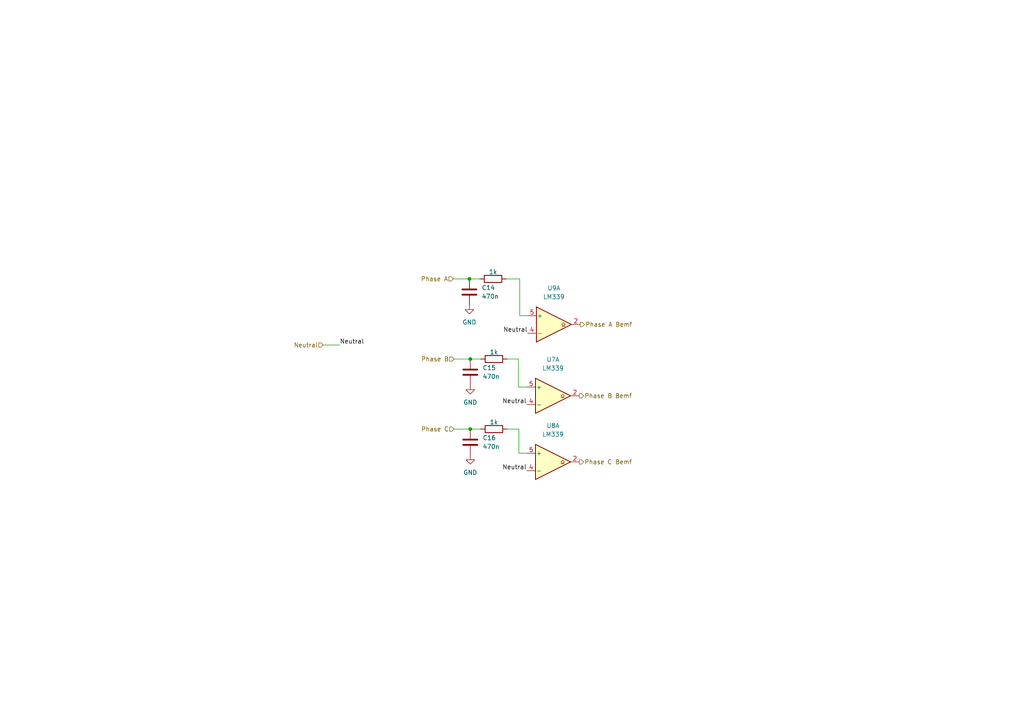
<source format=kicad_sch>
(kicad_sch (version 20230121) (generator eeschema)
  (paper "A4")
  (lib_symbols
    (symbol "Comparator:LM339" (pin_names (offset 0.127))
      (property "Reference" "U" (at 0 5.08 0))
      (property "Value" "LM339" (at 0 -5.08 0))
      (symbol "LM339_1_1"
        (polyline (pts (xy -5.08 5.08) (xy 5.08 0) (xy -5.08 -5.08) (xy -5.08 5.08)) (stroke (width 0.254)) (fill (type background)))
        (polyline (pts (xy 3.302 -0.508) (xy 2.794 -0.508) (xy 3.302 0) (xy 2.794 0.508) (xy 2.286 0) (xy 2.794 -0.508) (xy 2.286 -0.508)) (stroke (width 0.127)))
        (pin open_collector line (at 7.62 0 180) (length 2.54) (name "~") (number "2"))
        (pin input line (at -7.62 -2.54 0) (length 2.54) (name "-") (number "4"))
        (pin input line (at -7.62 2.54 0) (length 2.54) (name "+") (number "5"))
      )
      (symbol "LM339_2_1"
        (polyline (pts (xy -5.08 5.08) (xy 5.08 0) (xy -5.08 -5.08) (xy -5.08 5.08)) (stroke (width 0.254)) (fill (type background)))
        (polyline (pts (xy 3.302 -0.508) (xy 2.794 -0.508) (xy 3.302 0) (xy 2.794 0.508) (xy 2.286 0) (xy 2.794 -0.508) (xy 2.286 -0.508)) (stroke (width 0.127)))
        (pin open_collector line (at 7.62 0 180) (length 2.54) (name "~") (number "1"))
        (pin input line (at -7.62 -2.54 0) (length 2.54) (name "-") (number "6"))
        (pin input line (at -7.62 2.54 0) (length 2.54) (name "+") (number "7"))
      )
      (symbol "LM339_3_1"
        (polyline (pts (xy -5.08 5.08) (xy 5.08 0) (xy -5.08 -5.08) (xy -5.08 5.08)) (stroke (width 0.254)) (fill (type background)))
        (polyline (pts (xy 3.302 -0.508) (xy 2.794 -0.508) (xy 3.302 0) (xy 2.794 0.508) (xy 2.286 0) (xy 2.794 -0.508) (xy 2.286 -0.508)) (stroke (width 0.127)))
        (pin input line (at -7.62 -2.54 0) (length 2.54) (name "-") (number "10"))
        (pin input line (at -7.62 2.54 0) (length 2.54) (name "+") (number "11"))
        (pin open_collector line (at 7.62 0 180) (length 2.54) (name "~") (number "13"))
      )
      (symbol "LM339_4_1"
        (polyline (pts (xy -5.08 5.08) (xy 5.08 0) (xy -5.08 -5.08) (xy -5.08 5.08)) (stroke (width 0.254)) (fill (type background)))
        (polyline (pts (xy 3.302 -0.508) (xy 2.794 -0.508) (xy 3.302 0) (xy 2.794 0.508) (xy 2.286 0) (xy 2.794 -0.508) (xy 2.286 -0.508)) (stroke (width 0.127)))
        (pin open_collector line (at 7.62 0 180) (length 2.54) (name "~") (number "14"))
        (pin input line (at -7.62 -2.54 0) (length 2.54) (name "-") (number "8"))
        (pin input line (at -7.62 2.54 0) (length 2.54) (name "+") (number "9"))
      )
      (symbol "LM339_5_1"
        (pin power_in line (at -2.54 -7.62 90) (length 3.81) (name "V-") (number "12"))
        (pin power_in line (at -2.54 7.62 270) (length 3.81) (name "V+") (number "3"))
      )
    )
    (symbol "Device:C" (pin_numbers hide) (pin_names (offset 0.254))
      (property "Reference" "C" (at 0.635 2.54 0))
      (property "Value" "C" (at 0.635 -2.54 0))
      (symbol "C_0_1"
        (polyline (pts (xy -2.032 -0.762) (xy 2.032 -0.762)) (stroke (width 0.508)))
        (polyline (pts (xy -2.032 0.762) (xy 2.032 0.762)) (stroke (width 0.508)))
      )
      (symbol "C_1_1"
        (pin passive line (at 0 3.81 270) (length 2.794) (name "~") (number "1"))
        (pin passive line (at 0 -3.81 90) (length 2.794) (name "~") (number "2"))
      )
    )
    (symbol "Device:R" (pin_numbers hide) (pin_names (offset 0))
      (property "Reference" "R" (at 2.032 0 90))
      (property "Value" "R" (at 0 0 90))
      (symbol "R_0_1"
        (rectangle (start -1.016 -2.54) (end 1.016 2.54) (stroke (width 0.254)))
      )
      (symbol "R_1_1"
        (pin passive line (at 0 3.81 270) (length 1.27) (name "~") (number "1"))
        (pin passive line (at 0 -3.81 90) (length 1.27) (name "~") (number "2"))
      )
    )
    (symbol "power:GND" (power) (pin_names (offset 0))
      (property "Value" "GND" (at 0 -3.81 0))
      (symbol "GND_0_1"
        (polyline (pts (xy 0 0) (xy 0 -1.27) (xy 1.27 -1.27) (xy 0 -2.54) (xy -1.27 -1.27) (xy 0 -1.27)))
      )
      (symbol "GND_1_1"
        (pin power_in line (at 0 0 270) (length 0) hide (name "GND") (number "1"))
      )
    )
  )
  (junction (at 136.398 124.46))
  (junction (at 136.398 104.14))
  (junction (at 136.144 80.899))
  (wire (pts (xy 93.726 100.076) (xy 98.552 100.076)))
  (wire (pts (xy 147.066 124.46) (xy 150.495 124.46)))
  (wire (pts (xy 136.398 124.46) (xy 139.446 124.46)))
  (wire (pts (xy 150.368 112.268) (xy 152.781 112.268)))
  (wire (pts (xy 131.445 80.899) (xy 136.144 80.899)))
  (wire (pts (xy 136.144 80.899) (xy 139.192 80.899)))
  (wire (pts (xy 131.699 104.14) (xy 136.398 104.14)))
  (wire (pts (xy 146.812 80.899) (xy 150.749 80.899)))
  (wire (pts (xy 136.398 104.14) (xy 139.446 104.14)))
  (wire (pts (xy 150.495 124.46) (xy 150.495 131.445)))
  (wire (pts (xy 150.749 80.899) (xy 150.749 91.567)))
  (wire (pts (xy 150.368 104.14) (xy 150.368 112.268)))
  (wire (pts (xy 150.749 91.567) (xy 153.035 91.567)))
  (wire (pts (xy 147.066 104.14) (xy 150.368 104.14)))
  (wire (pts (xy 150.495 131.445) (xy 152.781 131.445)))
  (wire (pts (xy 131.699 124.46) (xy 136.398 124.46)))
  (label "Neutral" (at 152.781 117.348 180))
  (label "Neutral" (at 153.035 96.647 180))
  (label "Neutral" (at 98.552 100.076 0))
  (label "Neutral" (at 152.781 136.525 180))
  (hierarchical_label "Phase B Bemf" (shape output) (at 168.021 114.808 0))
  (hierarchical_label "Phase B" (shape input) (at 131.699 104.14 180))
  (hierarchical_label "Phase C" (shape input) (at 131.699 124.46 180))
  (hierarchical_label "Phase C Bemf" (shape output) (at 168.021 133.985 0))
  (hierarchical_label "Phase A" (shape input) (at 131.445 80.899 180))
  (hierarchical_label "Phase A Bemf" (shape output) (at 168.275 94.107 0))
  (hierarchical_label "Neutral" (shape input) (at 93.726 100.076 180))
  (symbol (lib_id "Device:C") (at 136.144 84.709 0) (unit 1)
    (property "Reference" "C14" (at 139.7 83.439 0) (effects (justify left)))
    (property "Value" "470n" (at 139.7 85.979 0) (effects (justify left)))
  )
  (symbol (lib_id "power:GND") (at 136.144 88.519 0) (unit 1)
    (property "Reference" "#PWR035" (effects hide))
    (property "Value" "GND" (at 136.144 93.472 0))
  )
  (symbol (lib_id "power:GND") (at 136.398 132.08 0) (unit 1)
    (property "Reference" "#PWR037" (effects hide))
    (property "Value" "GND" (at 136.398 137.033 0))
  )
  (symbol (lib_id "Comparator:LM339") (at 160.401 114.808 0) (unit 1)
    (property "Reference" "U7" (at 160.401 104.267 0))
    (property "Value" "LM339" (at 160.401 106.807 0))
    (property "Datasheet" "https://www.st.com/resource/en/datasheet/lm139.pdf" (effects hide))
  )
  (symbol (lib_id "Device:C") (at 136.398 107.95 0) (unit 1)
    (property "Reference" "C15" (at 139.954 106.68 0) (effects (justify left)))
    (property "Value" "470n" (at 139.954 109.22 0) (effects (justify left)))
  )
  (symbol (lib_id "Comparator:LM339") (at 160.401 133.985 0) (unit 1)
    (property "Reference" "U8" (at 160.401 123.444 0))
    (property "Value" "LM339" (at 160.401 125.984 0))
    (property "Datasheet" "https://www.st.com/resource/en/datasheet/lm139.pdf" (effects hide))
  )
  (symbol (lib_id "Device:R") (at 143.256 124.46 270) (unit 1)
    (property "Reference" "R48" (effects hide))
    (property "Value" "1k" (at 143.256 122.428 90))
  )
  (symbol (lib_id "Comparator:LM339") (at 160.655 94.107 0) (unit 1)
    (property "Reference" "U9" (at 160.655 83.566 0))
    (property "Value" "LM339" (at 160.655 86.106 0))
    (property "Datasheet" "https://www.st.com/resource/en/datasheet/lm139.pdf" (effects hide))
  )
  (symbol (lib_id "Device:R") (at 143.002 80.899 270) (unit 1)
    (property "Reference" "R46" (effects hide))
    (property "Value" "1k" (at 143.002 78.867 90))
  )
  (symbol (lib_id "Device:C") (at 136.398 128.27 0) (unit 1)
    (property "Reference" "C16" (at 139.954 127 0) (effects (justify left)))
    (property "Value" "470n" (at 139.954 129.54 0) (effects (justify left)))
  )
  (symbol (lib_id "power:GND") (at 136.398 111.76 0) (unit 1)
    (property "Reference" "#PWR036" (effects hide))
    (property "Value" "GND" (at 136.398 116.713 0))
  )
  (symbol (lib_id "Device:R") (at 143.256 104.14 270) (unit 1)
    (property "Reference" "R47" (effects hide))
    (property "Value" "1k" (at 143.256 102.108 90))
  )
)
</source>
